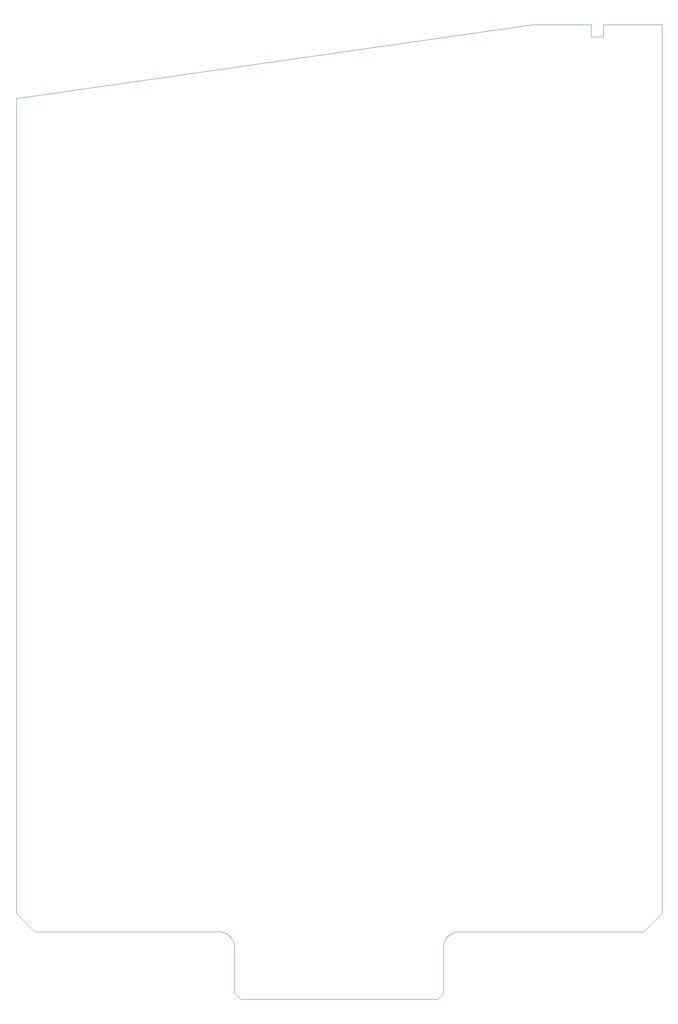
<source format=gm1>
G04 #@! TF.GenerationSoftware,KiCad,Pcbnew,(5.1.12)-1*
G04 #@! TF.CreationDate,2023-07-18T15:35:10+01:00*
G04 #@! TF.ProjectId,Memory,4d656d6f-7279-42e6-9b69-6361645f7063,rev?*
G04 #@! TF.SameCoordinates,Original*
G04 #@! TF.FileFunction,Profile,NP*
%FSLAX46Y46*%
G04 Gerber Fmt 4.6, Leading zero omitted, Abs format (unit mm)*
G04 Created by KiCad (PCBNEW (5.1.12)-1) date 2023-07-18 15:35:10*
%MOMM*%
%LPD*%
G01*
G04 APERTURE LIST*
G04 #@! TA.AperFunction,Profile*
%ADD10C,0.050000*%
G04 #@! TD*
G04 APERTURE END LIST*
D10*
X85090000Y-184785000D02*
G75*
G02*
X88265000Y-187960000I0J-3175000D01*
G01*
X43180000Y-12700000D02*
X149860000Y2540000D01*
X43180000Y-180975000D02*
X43180000Y-12700000D01*
X46990000Y-184785000D02*
X43180000Y-180975000D01*
X85090000Y-184785000D02*
X46990000Y-184785000D01*
X161925000Y2540000D02*
X149860000Y2540000D01*
X161925000Y0D02*
X161925000Y2540000D01*
X164465000Y0D02*
X161925000Y0D01*
X164465000Y2540000D02*
X164465000Y0D01*
X176530000Y2540000D02*
X164465000Y2540000D01*
X176530000Y-180975000D02*
X176530000Y2540000D01*
X172720000Y-184785000D02*
X176530000Y-180975000D01*
X134620000Y-184785000D02*
X172720000Y-184785000D01*
X131445000Y-187960000D02*
G75*
G02*
X134620000Y-184785000I3175000J0D01*
G01*
X88265000Y-197485000D02*
X88265000Y-187960000D01*
X89535000Y-198755000D02*
X88265000Y-197485000D01*
X131445000Y-197485000D02*
X131445000Y-187960000D01*
X130175000Y-198755000D02*
X131445000Y-197485000D01*
X89535000Y-198755000D02*
X130175000Y-198755000D01*
M02*

</source>
